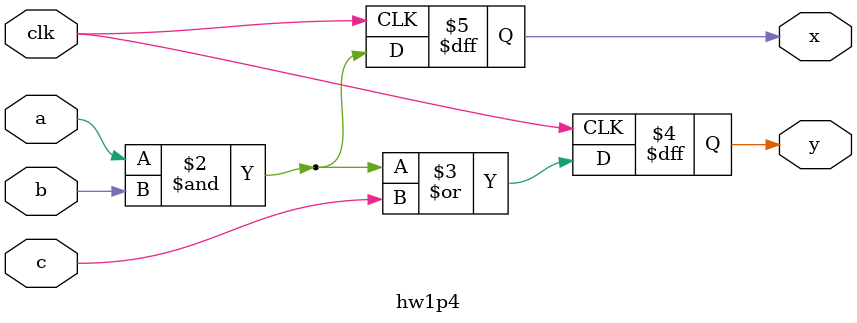
<source format=sv>
module hw1p4 (clk, a, b, c, y, x);

   input  logic clk, a, b, c;
   output logic y;
   output logic x;

   always_ff @(posedge clk) begin
      x = a & b;
      y = x | c;
   end  // always_ff

		
endmodule  // circuit1



// module hw1p4 (clk, a, b, c, y);
//
//    input  logic clk, a, b, c;
//    output logic y;
//    logic x;
//
//    always_ff @(posedge clk) begin
//       y <= x | c;
//       x <= a & b;
//    end  // always_ff
//
// endmodule  // circuit2
</source>
